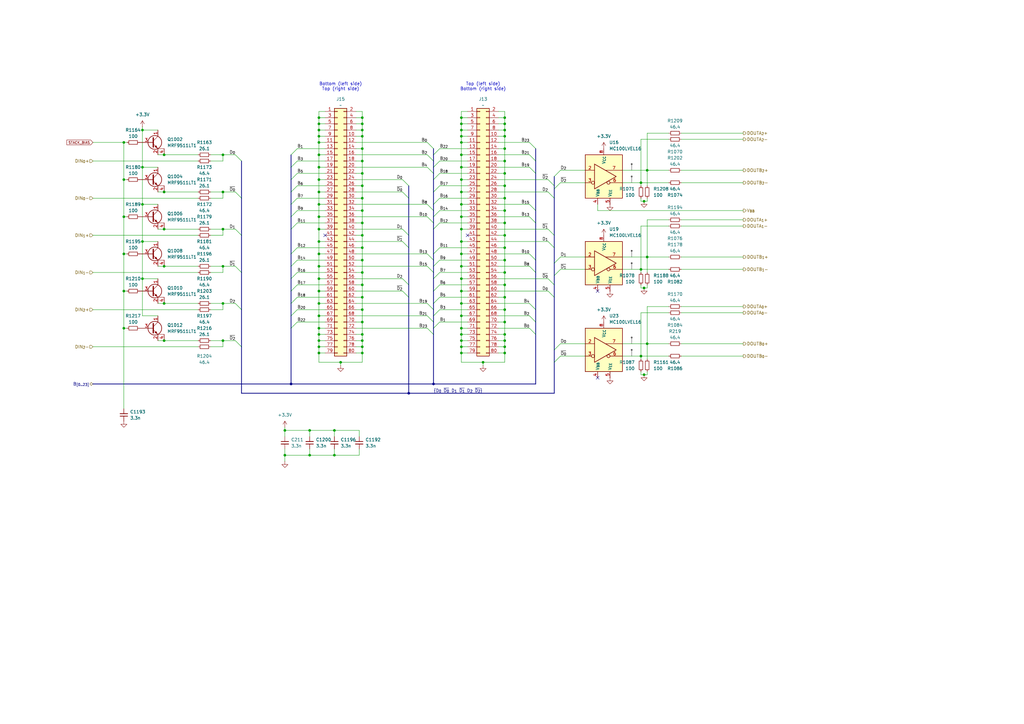
<source format=kicad_sch>
(kicad_sch (version 20231120) (generator "eeschema") (generator_version "8.0")
  (paper "A3")
  (junction (at 91.44 63.5))
  (junction (at 207.01 142.24))
  (junction (at 116.84 176.53))
  (junction (at 148.59 48.26))
  (junction (at 67.31 139.7))
  (junction (at 207.01 137.16))
  (junction (at 130.81 109.22))
  (junction (at 130.81 93.98))
  (junction (at 50.8 119.38))
  (junction (at 207.01 86.36))
  (junction (at 91.44 109.22))
  (junction (at 130.81 55.88))
  (junction (at 50.8 88.9))
  (junction (at 207.01 53.34))
  (junction (at 207.01 91.44))
  (junction (at 130.81 50.8))
  (junction (at 207.01 48.26))
  (junction (at 189.23 48.26))
  (junction (at 130.81 129.54))
  (junction (at 130.81 63.5))
  (junction (at 130.81 48.26))
  (junction (at 91.44 93.98))
  (junction (at 58.42 83.82))
  (junction (at 189.23 99.06))
  (junction (at 130.81 139.7))
  (junction (at 207.01 50.8))
  (junction (at 148.59 111.76))
  (junction (at 137.16 186.69))
  (junction (at 148.59 66.04))
  (junction (at 130.81 134.62))
  (junction (at 130.81 58.42))
  (junction (at 148.59 81.28))
  (junction (at 265.43 140.97))
  (junction (at 130.81 144.78))
  (junction (at 167.64 161.29))
  (junction (at 67.31 109.22))
  (junction (at 148.59 86.36))
  (junction (at 58.42 68.58))
  (junction (at 148.59 50.8))
  (junction (at 67.31 63.5))
  (junction (at 207.01 76.2))
  (junction (at 50.8 134.62))
  (junction (at 207.01 111.76))
  (junction (at 264.16 153.67))
  (junction (at 130.81 104.14))
  (junction (at 207.01 81.28))
  (junction (at 207.01 139.7))
  (junction (at 207.01 96.52))
  (junction (at 265.43 105.41))
  (junction (at 207.01 116.84))
  (junction (at 91.44 139.7))
  (junction (at 130.81 68.58))
  (junction (at 189.23 119.38))
  (junction (at 207.01 127))
  (junction (at 264.16 82.55))
  (junction (at 130.81 73.66))
  (junction (at 189.23 114.3))
  (junction (at 130.81 83.82))
  (junction (at 130.81 137.16))
  (junction (at 148.59 121.92))
  (junction (at 189.23 63.5))
  (junction (at 189.23 139.7))
  (junction (at 58.42 114.3))
  (junction (at 189.23 53.34))
  (junction (at 265.43 69.85))
  (junction (at 148.59 96.52))
  (junction (at 148.59 71.12))
  (junction (at 148.59 91.44))
  (junction (at 264.16 118.11))
  (junction (at 130.81 124.46))
  (junction (at 189.23 109.22))
  (junction (at 207.01 132.08))
  (junction (at 119.38 157.48))
  (junction (at 189.23 134.62))
  (junction (at 50.8 58.42))
  (junction (at 189.23 142.24))
  (junction (at 207.01 71.12))
  (junction (at 130.81 88.9))
  (junction (at 189.23 58.42))
  (junction (at 91.44 124.46))
  (junction (at 137.16 176.53))
  (junction (at 148.59 142.24))
  (junction (at 189.23 124.46))
  (junction (at 148.59 55.88))
  (junction (at 148.59 53.34))
  (junction (at 91.44 78.74))
  (junction (at 189.23 50.8))
  (junction (at 207.01 144.78))
  (junction (at 189.23 104.14))
  (junction (at 148.59 106.68))
  (junction (at 262.89 74.93))
  (junction (at 262.89 146.05))
  (junction (at 130.81 99.06))
  (junction (at 148.59 137.16))
  (junction (at 189.23 93.98))
  (junction (at 148.59 139.7))
  (junction (at 262.89 110.49))
  (junction (at 189.23 83.82))
  (junction (at 148.59 116.84))
  (junction (at 207.01 121.92))
  (junction (at 127 186.69))
  (junction (at 67.31 78.74))
  (junction (at 130.81 119.38))
  (junction (at 67.31 124.46))
  (junction (at 58.42 53.34))
  (junction (at 50.8 73.66))
  (junction (at 207.01 106.68))
  (junction (at 148.59 132.08))
  (junction (at 189.23 55.88))
  (junction (at 189.23 78.74))
  (junction (at 207.01 66.04))
  (junction (at 116.84 186.69))
  (junction (at 58.42 99.06))
  (junction (at 148.59 144.78))
  (junction (at 189.23 129.54))
  (junction (at 148.59 60.96))
  (junction (at 50.8 104.14))
  (junction (at 67.31 93.98))
  (junction (at 148.59 101.6))
  (junction (at 207.01 60.96))
  (junction (at 198.12 148.59))
  (junction (at 177.8 157.48))
  (junction (at 189.23 137.16))
  (junction (at 130.81 142.24))
  (junction (at 148.59 127))
  (junction (at 189.23 73.66))
  (junction (at 207.01 101.6))
  (junction (at 130.81 114.3))
  (junction (at 189.23 68.58))
  (junction (at 139.7 148.59))
  (junction (at 189.23 88.9))
  (junction (at 127 176.53))
  (junction (at 130.81 53.34))
  (junction (at 148.59 76.2))
  (junction (at 207.01 55.88))
  (junction (at 130.81 78.74))
  (junction (at 189.23 144.78))
  (no_connect (at 245.11 119.38))
  (no_connect (at 245.11 154.94))
  (no_connect (at 133.35 96.52))
  (no_connect (at 191.77 96.52))
  (bus_entry (at 119.38 78.74) (size 2.54 -2.54))
  (bus_entry (at 165.1 93.98) (size 2.54 2.54))
  (bus_entry (at 227.33 101.6) (size -2.54 -2.54))
  (bus_entry (at 177.8 119.38) (size 2.54 -2.54))
  (bus_entry (at 175.26 109.22) (size 2.54 2.54))
  (bus_entry (at 227.33 72.39) (size 2.54 -2.54))
  (bus_entry (at 217.17 58.42) (size 2.54 2.54))
  (bus_entry (at 175.26 134.62) (size 2.54 2.54))
  (bus_entry (at 177.8 73.66) (size 2.54 -2.54))
  (bus_entry (at 217.17 83.82) (size 2.54 2.54))
  (bus_entry (at 119.38 119.38) (size 2.54 -2.54))
  (bus_entry (at 217.17 88.9) (size 2.54 2.54))
  (bus_entry (at 165.1 114.3) (size 2.54 2.54))
  (bus_entry (at 217.17 134.62) (size 2.54 2.54))
  (bus_entry (at 175.26 68.58) (size 2.54 2.54))
  (bus_entry (at 217.17 104.14) (size 2.54 2.54))
  (bus_entry (at 96.52 93.98) (size 2.54 2.54))
  (bus_entry (at 119.38 109.22) (size 2.54 -2.54))
  (bus_entry (at 227.33 148.59) (size 2.54 -2.54))
  (bus_entry (at 119.38 114.3) (size 2.54 -2.54))
  (bus_entry (at 175.26 129.54) (size 2.54 2.54))
  (bus_entry (at 175.26 63.5) (size 2.54 2.54))
  (bus_entry (at 175.26 124.46) (size 2.54 2.54))
  (bus_entry (at 175.26 88.9) (size 2.54 2.54))
  (bus_entry (at 96.52 139.7) (size 2.54 2.54))
  (bus_entry (at 227.33 77.47) (size 2.54 -2.54))
  (bus_entry (at 165.1 99.06) (size 2.54 2.54))
  (bus_entry (at 227.33 81.28) (size -2.54 -2.54))
  (bus_entry (at 177.8 124.46) (size 2.54 -2.54))
  (bus_entry (at 119.38 124.46) (size 2.54 -2.54))
  (bus_entry (at 96.52 63.5) (size 2.54 2.54))
  (bus_entry (at 165.1 73.66) (size 2.54 2.54))
  (bus_entry (at 177.8 114.3) (size 2.54 -2.54))
  (bus_entry (at 165.1 78.74) (size 2.54 2.54))
  (bus_entry (at 119.38 68.58) (size 2.54 -2.54))
  (bus_entry (at 119.38 83.82) (size 2.54 -2.54))
  (bus_entry (at 227.33 143.51) (size 2.54 -2.54))
  (bus_entry (at 177.8 78.74) (size 2.54 -2.54))
  (bus_entry (at 119.38 93.98) (size 2.54 -2.54))
  (bus_entry (at 217.17 68.58) (size 2.54 2.54))
  (bus_entry (at 175.26 83.82) (size 2.54 2.54))
  (bus_entry (at 119.38 104.14) (size 2.54 -2.54))
  (bus_entry (at 175.26 104.14) (size 2.54 2.54))
  (bus_entry (at 227.33 121.92) (size -2.54 -2.54))
  (bus_entry (at 227.33 76.2) (size -2.54 -2.54))
  (bus_entry (at 217.17 124.46) (size 2.54 2.54))
  (bus_entry (at 177.8 63.5) (size 2.54 -2.54))
  (bus_entry (at 177.8 104.14) (size 2.54 -2.54))
  (bus_entry (at 177.8 88.9) (size 2.54 -2.54))
  (bus_entry (at 177.8 129.54) (size 2.54 -2.54))
  (bus_entry (at 119.38 134.62) (size 2.54 -2.54))
  (bus_entry (at 177.8 109.22) (size 2.54 -2.54))
  (bus_entry (at 119.38 63.5) (size 2.54 -2.54))
  (bus_entry (at 177.8 93.98) (size 2.54 -2.54))
  (bus_entry (at 217.17 129.54) (size 2.54 2.54))
  (bus_entry (at 175.26 58.42) (size 2.54 2.54))
  (bus_entry (at 96.52 78.74) (size 2.54 2.54))
  (bus_entry (at 217.17 109.22) (size 2.54 2.54))
  (bus_entry (at 177.8 134.62) (size 2.54 -2.54))
  (bus_entry (at 96.52 124.46) (size 2.54 2.54))
  (bus_entry (at 177.8 83.82) (size 2.54 -2.54))
  (bus_entry (at 119.38 129.54) (size 2.54 -2.54))
  (bus_entry (at 227.33 116.84) (size -2.54 -2.54))
  (bus_entry (at 119.38 88.9) (size 2.54 -2.54))
  (bus_entry (at 227.33 113.03) (size 2.54 -2.54))
  (bus_entry (at 165.1 119.38) (size 2.54 2.54))
  (bus_entry (at 119.38 73.66) (size 2.54 -2.54))
  (bus_entry (at 96.52 109.22) (size 2.54 2.54))
  (bus_entry (at 227.33 96.52) (size -2.54 -2.54))
  (bus_entry (at 217.17 63.5) (size 2.54 2.54))
  (bus_entry (at 177.8 68.58) (size 2.54 -2.54))
  (bus_entry (at 227.33 107.95) (size 2.54 -2.54))
  (wire (pts (xy 50.8 134.62) (xy 50.8 167.64)))
  (wire (pts (xy 130.81 78.74) (xy 130.81 83.82)))
  (wire (pts (xy 204.47 78.74) (xy 224.79 78.74)))
  (wire (pts (xy 148.59 101.6) (xy 146.05 101.6)))
  (wire (pts (xy 91.44 63.5) (xy 96.52 63.5)))
  (wire (pts (xy 229.87 74.93) (xy 240.03 74.93)))
  (wire (pts (xy 189.23 48.26) (xy 191.77 48.26)))
  (wire (pts (xy 64.77 139.7) (xy 67.31 139.7)))
  (wire (pts (xy 130.81 63.5) (xy 130.81 68.58)))
  (wire (pts (xy 274.32 140.97) (xy 265.43 140.97)))
  (wire (pts (xy 189.23 142.24) (xy 191.77 142.24)))
  (wire (pts (xy 148.59 127) (xy 148.59 132.08)))
  (bus (pts (xy 177.8 109.22) (xy 177.8 111.76)))
  (wire (pts (xy 38.1 81.28) (xy 81.28 81.28)))
  (wire (pts (xy 148.59 48.26) (xy 148.59 45.72)))
  (wire (pts (xy 279.4 125.73) (xy 304.8 125.73)))
  (wire (pts (xy 189.23 68.58) (xy 191.77 68.58)))
  (bus (pts (xy 227.33 148.59) (xy 227.33 161.29)))
  (wire (pts (xy 81.28 109.22) (xy 67.31 109.22)))
  (wire (pts (xy 130.81 73.66) (xy 133.35 73.66)))
  (wire (pts (xy 86.36 81.28) (xy 91.44 81.28)))
  (wire (pts (xy 127 176.53) (xy 116.84 176.53)))
  (wire (pts (xy 262.89 118.11) (xy 264.16 118.11)))
  (wire (pts (xy 207.01 142.24) (xy 207.01 139.7)))
  (bus (pts (xy 119.38 104.14) (xy 119.38 109.22)))
  (wire (pts (xy 130.81 104.14) (xy 130.81 109.22)))
  (wire (pts (xy 146.05 93.98) (xy 165.1 93.98)))
  (wire (pts (xy 189.23 83.82) (xy 189.23 88.9)))
  (wire (pts (xy 116.84 176.53) (xy 116.84 179.07)))
  (wire (pts (xy 148.59 111.76) (xy 146.05 111.76)))
  (wire (pts (xy 204.47 144.78) (xy 207.01 144.78)))
  (wire (pts (xy 50.8 58.42) (xy 50.8 73.66)))
  (wire (pts (xy 207.01 96.52) (xy 207.01 101.6)))
  (wire (pts (xy 58.42 53.34) (xy 58.42 68.58)))
  (wire (pts (xy 91.44 93.98) (xy 96.52 93.98)))
  (wire (pts (xy 148.59 76.2) (xy 148.59 81.28)))
  (wire (pts (xy 121.92 127) (xy 133.35 127)))
  (wire (pts (xy 189.23 93.98) (xy 191.77 93.98)))
  (bus (pts (xy 167.64 101.6) (xy 167.64 116.84)))
  (wire (pts (xy 204.47 50.8) (xy 207.01 50.8)))
  (wire (pts (xy 146.05 78.74) (xy 165.1 78.74)))
  (bus (pts (xy 219.71 91.44) (xy 219.71 106.68)))
  (wire (pts (xy 121.92 66.04) (xy 133.35 66.04)))
  (wire (pts (xy 279.4 128.27) (xy 304.8 128.27)))
  (wire (pts (xy 50.8 73.66) (xy 52.07 73.66)))
  (wire (pts (xy 207.01 101.6) (xy 207.01 106.68)))
  (wire (pts (xy 130.81 55.88) (xy 133.35 55.88)))
  (wire (pts (xy 217.17 88.9) (xy 204.47 88.9)))
  (wire (pts (xy 217.17 109.22) (xy 204.47 109.22)))
  (bus (pts (xy 177.8 132.08) (xy 177.8 134.62)))
  (wire (pts (xy 86.36 78.74) (xy 91.44 78.74)))
  (wire (pts (xy 189.23 124.46) (xy 191.77 124.46)))
  (wire (pts (xy 137.16 186.69) (xy 127 186.69)))
  (wire (pts (xy 180.34 86.36) (xy 191.77 86.36)))
  (wire (pts (xy 189.23 45.72) (xy 189.23 48.26)))
  (wire (pts (xy 189.23 58.42) (xy 189.23 63.5)))
  (wire (pts (xy 38.1 111.76) (xy 81.28 111.76)))
  (wire (pts (xy 180.34 111.76) (xy 191.77 111.76)))
  (wire (pts (xy 274.32 92.71) (xy 262.89 92.71)))
  (wire (pts (xy 130.81 58.42) (xy 130.81 63.5)))
  (wire (pts (xy 148.59 91.44) (xy 148.59 96.52)))
  (wire (pts (xy 121.92 60.96) (xy 133.35 60.96)))
  (wire (pts (xy 146.05 45.72) (xy 148.59 45.72)))
  (wire (pts (xy 86.36 142.24) (xy 91.44 142.24)))
  (wire (pts (xy 255.27 110.49) (xy 262.89 110.49)))
  (wire (pts (xy 204.47 66.04) (xy 207.01 66.04)))
  (wire (pts (xy 217.17 63.5) (xy 204.47 63.5)))
  (bus (pts (xy 177.8 78.74) (xy 177.8 83.82)))
  (wire (pts (xy 148.59 116.84) (xy 146.05 116.84)))
  (wire (pts (xy 204.47 55.88) (xy 207.01 55.88)))
  (wire (pts (xy 116.84 186.69) (xy 116.84 189.23)))
  (bus (pts (xy 119.38 124.46) (xy 119.38 129.54)))
  (wire (pts (xy 121.92 86.36) (xy 133.35 86.36)))
  (bus (pts (xy 227.33 96.52) (xy 227.33 101.6)))
  (wire (pts (xy 189.23 148.59) (xy 198.12 148.59)))
  (wire (pts (xy 262.89 74.93) (xy 255.27 74.93)))
  (wire (pts (xy 91.44 142.24) (xy 91.44 139.7)))
  (wire (pts (xy 64.77 63.5) (xy 67.31 63.5)))
  (wire (pts (xy 130.81 50.8) (xy 130.81 48.26)))
  (wire (pts (xy 130.81 50.8) (xy 133.35 50.8)))
  (wire (pts (xy 130.81 119.38) (xy 130.81 124.46)))
  (wire (pts (xy 262.89 110.49) (xy 274.32 110.49)))
  (bus (pts (xy 219.71 86.36) (xy 219.71 91.44)))
  (wire (pts (xy 81.28 63.5) (xy 67.31 63.5)))
  (wire (pts (xy 148.59 60.96) (xy 146.05 60.96)))
  (wire (pts (xy 175.26 129.54) (xy 146.05 129.54)))
  (wire (pts (xy 130.81 124.46) (xy 130.81 129.54)))
  (wire (pts (xy 121.92 121.92) (xy 133.35 121.92)))
  (wire (pts (xy 130.81 134.62) (xy 130.81 137.16)))
  (bus (pts (xy 99.06 142.24) (xy 99.06 161.29)))
  (wire (pts (xy 207.01 86.36) (xy 207.01 91.44)))
  (wire (pts (xy 279.4 69.85) (xy 304.8 69.85)))
  (wire (pts (xy 148.59 132.08) (xy 146.05 132.08)))
  (wire (pts (xy 180.34 76.2) (xy 191.77 76.2)))
  (bus (pts (xy 219.71 60.96) (xy 219.71 66.04)))
  (wire (pts (xy 121.92 71.12) (xy 133.35 71.12)))
  (wire (pts (xy 262.89 82.55) (xy 264.16 82.55)))
  (bus (pts (xy 119.38 157.48) (xy 177.8 157.48)))
  (wire (pts (xy 148.59 111.76) (xy 148.59 116.84)))
  (bus (pts (xy 119.38 134.62) (xy 119.38 157.48)))
  (wire (pts (xy 262.89 81.28) (xy 262.89 82.55)))
  (wire (pts (xy 189.23 124.46) (xy 189.23 129.54)))
  (bus (pts (xy 119.38 129.54) (xy 119.38 134.62)))
  (wire (pts (xy 38.1 96.52) (xy 81.28 96.52)))
  (wire (pts (xy 58.42 68.58) (xy 58.42 83.82)))
  (wire (pts (xy 189.23 78.74) (xy 191.77 78.74)))
  (bus (pts (xy 219.71 111.76) (xy 219.71 127)))
  (wire (pts (xy 204.47 53.34) (xy 207.01 53.34)))
  (wire (pts (xy 116.84 184.15) (xy 116.84 186.69)))
  (wire (pts (xy 265.43 54.61) (xy 265.43 69.85)))
  (wire (pts (xy 130.81 78.74) (xy 133.35 78.74)))
  (wire (pts (xy 207.01 144.78) (xy 207.01 142.24)))
  (wire (pts (xy 64.77 53.34) (xy 58.42 53.34)))
  (wire (pts (xy 189.23 63.5) (xy 189.23 68.58)))
  (wire (pts (xy 180.34 121.92) (xy 191.77 121.92)))
  (wire (pts (xy 265.43 90.17) (xy 265.43 105.41)))
  (wire (pts (xy 204.47 86.36) (xy 207.01 86.36)))
  (wire (pts (xy 189.23 48.26) (xy 189.23 50.8)))
  (wire (pts (xy 148.59 142.24) (xy 146.05 142.24)))
  (wire (pts (xy 175.26 63.5) (xy 146.05 63.5)))
  (wire (pts (xy 148.59 137.16) (xy 146.05 137.16)))
  (wire (pts (xy 148.59 144.78) (xy 148.59 148.59)))
  (wire (pts (xy 265.43 69.85) (xy 265.43 76.2)))
  (wire (pts (xy 116.84 175.26) (xy 116.84 176.53)))
  (wire (pts (xy 50.8 119.38) (xy 52.07 119.38)))
  (wire (pts (xy 175.26 109.22) (xy 146.05 109.22)))
  (wire (pts (xy 130.81 53.34) (xy 133.35 53.34)))
  (wire (pts (xy 147.32 176.53) (xy 147.32 179.07)))
  (wire (pts (xy 175.26 124.46) (xy 146.05 124.46)))
  (wire (pts (xy 229.87 105.41) (xy 240.03 105.41)))
  (wire (pts (xy 175.26 83.82) (xy 146.05 83.82)))
  (wire (pts (xy 130.81 144.78) (xy 130.81 142.24)))
  (bus (pts (xy 219.71 106.68) (xy 219.71 111.76)))
  (wire (pts (xy 139.7 148.59) (xy 130.81 148.59)))
  (bus (pts (xy 119.38 73.66) (xy 119.38 78.74)))
  (wire (pts (xy 207.01 148.59) (xy 207.01 144.78)))
  (wire (pts (xy 127 186.69) (xy 116.84 186.69)))
  (wire (pts (xy 279.4 105.41) (xy 304.8 105.41)))
  (bus (pts (xy 177.8 134.62) (xy 177.8 137.16)))
  (bus (pts (xy 177.8 114.3) (xy 177.8 119.38)))
  (wire (pts (xy 130.81 129.54) (xy 133.35 129.54)))
  (wire (pts (xy 265.43 125.73) (xy 274.32 125.73)))
  (wire (pts (xy 64.77 78.74) (xy 67.31 78.74)))
  (wire (pts (xy 198.12 148.59) (xy 207.01 148.59)))
  (wire (pts (xy 204.47 114.3) (xy 224.79 114.3)))
  (bus (pts (xy 177.8 119.38) (xy 177.8 124.46)))
  (wire (pts (xy 148.59 139.7) (xy 148.59 142.24)))
  (bus (pts (xy 219.71 127) (xy 219.71 132.08)))
  (wire (pts (xy 130.81 109.22) (xy 133.35 109.22)))
  (wire (pts (xy 148.59 137.16) (xy 148.59 139.7)))
  (wire (pts (xy 148.59 106.68) (xy 148.59 111.76)))
  (bus (pts (xy 167.64 81.28) (xy 167.64 96.52)))
  (wire (pts (xy 130.81 142.24) (xy 133.35 142.24)))
  (wire (pts (xy 130.81 63.5) (xy 133.35 63.5)))
  (wire (pts (xy 148.59 71.12) (xy 146.05 71.12)))
  (wire (pts (xy 189.23 58.42) (xy 191.77 58.42)))
  (wire (pts (xy 121.92 76.2) (xy 133.35 76.2)))
  (wire (pts (xy 130.81 83.82) (xy 130.81 88.9)))
  (wire (pts (xy 50.8 88.9) (xy 52.07 88.9)))
  (wire (pts (xy 130.81 109.22) (xy 130.81 114.3)))
  (wire (pts (xy 189.23 104.14) (xy 189.23 109.22)))
  (wire (pts (xy 217.17 104.14) (xy 204.47 104.14)))
  (wire (pts (xy 64.77 99.06) (xy 58.42 99.06)))
  (wire (pts (xy 139.7 148.59) (xy 139.7 149.86)))
  (wire (pts (xy 81.28 78.74) (xy 67.31 78.74)))
  (bus (pts (xy 119.38 83.82) (xy 119.38 88.9)))
  (wire (pts (xy 91.44 139.7) (xy 96.52 139.7)))
  (wire (pts (xy 198.12 148.59) (xy 198.12 149.86)))
  (wire (pts (xy 207.01 106.68) (xy 207.01 111.76)))
  (wire (pts (xy 50.8 73.66) (xy 50.8 88.9)))
  (wire (pts (xy 91.44 111.76) (xy 91.44 109.22)))
  (wire (pts (xy 133.35 58.42) (xy 130.81 58.42)))
  (wire (pts (xy 146.05 144.78) (xy 148.59 144.78)))
  (wire (pts (xy 130.81 45.72) (xy 133.35 45.72)))
  (bus (pts (xy 227.33 161.29) (xy 167.64 161.29)))
  (wire (pts (xy 58.42 99.06) (xy 58.42 83.82)))
  (wire (pts (xy 279.4 146.05) (xy 304.8 146.05)))
  (wire (pts (xy 229.87 146.05) (xy 240.03 146.05)))
  (wire (pts (xy 64.77 93.98) (xy 67.31 93.98)))
  (wire (pts (xy 189.23 139.7) (xy 191.77 139.7)))
  (wire (pts (xy 189.23 119.38) (xy 191.77 119.38)))
  (wire (pts (xy 189.23 142.24) (xy 189.23 139.7)))
  (wire (pts (xy 58.42 68.58) (xy 64.77 68.58)))
  (wire (pts (xy 217.17 124.46) (xy 204.47 124.46)))
  (wire (pts (xy 189.23 137.16) (xy 191.77 137.16)))
  (wire (pts (xy 189.23 99.06) (xy 189.23 104.14)))
  (wire (pts (xy 180.34 91.44) (xy 191.77 91.44)))
  (bus (pts (xy 167.64 116.84) (xy 167.64 121.92)))
  (wire (pts (xy 207.01 91.44) (xy 207.01 96.52)))
  (wire (pts (xy 91.44 66.04) (xy 91.44 63.5)))
  (bus (pts (xy 167.64 76.2) (xy 167.64 81.28)))
  (wire (pts (xy 86.36 111.76) (xy 91.44 111.76)))
  (wire (pts (xy 121.92 116.84) (xy 133.35 116.84)))
  (wire (pts (xy 204.47 139.7) (xy 207.01 139.7)))
  (wire (pts (xy 86.36 124.46) (xy 91.44 124.46)))
  (wire (pts (xy 262.89 74.93) (xy 262.89 57.15)))
  (bus (pts (xy 119.38 119.38) (xy 119.38 124.46)))
  (bus (pts (xy 219.71 132.08) (xy 219.71 137.16)))
  (wire (pts (xy 262.89 146.05) (xy 262.89 147.32)))
  (wire (pts (xy 217.17 129.54) (xy 204.47 129.54)))
  (wire (pts (xy 81.28 139.7) (xy 67.31 139.7)))
  (wire (pts (xy 38.1 142.24) (xy 81.28 142.24)))
  (wire (pts (xy 175.26 68.58) (xy 146.05 68.58)))
  (bus (pts (xy 227.33 81.28) (xy 227.33 96.52)))
  (wire (pts (xy 279.4 57.15) (xy 304.8 57.15)))
  (wire (pts (xy 121.92 91.44) (xy 133.35 91.44)))
  (wire (pts (xy 175.26 134.62) (xy 146.05 134.62)))
  (wire (pts (xy 130.81 142.24) (xy 130.81 139.7)))
  (wire (pts (xy 133.35 144.78) (xy 130.81 144.78)))
  (wire (pts (xy 64.77 129.54) (xy 58.42 129.54)))
  (wire (pts (xy 130.81 88.9) (xy 130.81 93.98)))
  (wire (pts (xy 189.23 88.9) (xy 189.23 93.98)))
  (wire (pts (xy 130.81 48.26) (xy 133.35 48.26)))
  (bus (pts (xy 38.1 157.48) (xy 119.38 157.48)))
  (wire (pts (xy 279.4 92.71) (xy 304.8 92.71)))
  (wire (pts (xy 279.4 90.17) (xy 304.8 90.17)))
  (wire (pts (xy 245.11 83.82) (xy 245.11 86.36)))
  (wire (pts (xy 264.16 118.11) (xy 265.43 118.11)))
  (wire (pts (xy 130.81 104.14) (xy 133.35 104.14)))
  (wire (pts (xy 146.05 48.26) (xy 148.59 48.26)))
  (wire (pts (xy 189.23 114.3) (xy 191.77 114.3)))
  (wire (pts (xy 130.81 58.42) (xy 130.81 55.88)))
  (bus (pts (xy 177.8 93.98) (xy 177.8 104.14)))
  (wire (pts (xy 86.36 63.5) (xy 91.44 63.5)))
  (bus (pts (xy 99.06 111.76) (xy 99.06 127)))
  (wire (pts (xy 207.01 137.16) (xy 204.47 137.16)))
  (wire (pts (xy 180.34 81.28) (xy 191.77 81.28)))
  (wire (pts (xy 137.16 176.53) (xy 137.16 179.07)))
  (wire (pts (xy 86.36 139.7) (xy 91.44 139.7)))
  (wire (pts (xy 91.44 124.46) (xy 96.52 124.46)))
  (wire (pts (xy 50.8 88.9) (xy 50.8 104.14)))
  (wire (pts (xy 191.77 45.72) (xy 189.23 45.72)))
  (wire (pts (xy 279.4 54.61) (xy 304.8 54.61)))
  (bus (pts (xy 177.8 104.14) (xy 177.8 106.68)))
  (wire (pts (xy 130.81 114.3) (xy 130.81 119.38)))
  (wire (pts (xy 217.17 134.62) (xy 204.47 134.62)))
  (bus (pts (xy 219.71 137.16) (xy 219.71 157.48)))
  (bus (pts (xy 227.33 121.92) (xy 227.33 143.51)))
  (wire (pts (xy 58.42 83.82) (xy 64.77 83.82)))
  (wire (pts (xy 148.59 106.68) (xy 146.05 106.68)))
  (bus (pts (xy 177.8 111.76) (xy 177.8 114.3)))
  (wire (pts (xy 189.23 50.8) (xy 191.77 50.8)))
  (wire (pts (xy 262.89 92.71) (xy 262.89 110.49)))
  (wire (pts (xy 91.44 81.28) (xy 91.44 78.74)))
  (wire (pts (xy 207.01 60.96) (xy 207.01 66.04)))
  (wire (pts (xy 207.01 132.08) (xy 207.01 137.16)))
  (wire (pts (xy 91.44 109.22) (xy 96.52 109.22)))
  (bus (pts (xy 99.06 66.04) (xy 99.06 81.28)))
  (wire (pts (xy 207.01 55.88) (xy 207.01 60.96)))
  (wire (pts (xy 146.05 55.88) (xy 148.59 55.88)))
  (wire (pts (xy 148.59 55.88) (xy 148.59 53.34)))
  (wire (pts (xy 207.01 111.76) (xy 207.01 116.84)))
  (bus (pts (xy 177.8 73.66) (xy 177.8 78.74)))
  (wire (pts (xy 175.26 58.42) (xy 146.05 58.42)))
  (wire (pts (xy 204.47 81.28) (xy 207.01 81.28)))
  (wire (pts (xy 130.81 93.98) (xy 130.81 99.06)))
  (wire (pts (xy 121.92 106.68) (xy 133.35 106.68)))
  (wire (pts (xy 265.43 69.85) (xy 274.32 69.85)))
  (wire (pts (xy 146.05 73.66) (xy 165.1 73.66)))
  (wire (pts (xy 180.34 132.08) (xy 191.77 132.08)))
  (wire (pts (xy 91.44 127) (xy 91.44 124.46)))
  (wire (pts (xy 58.42 114.3) (xy 58.42 99.06)))
  (wire (pts (xy 207.01 55.88) (xy 207.01 53.34)))
  (wire (pts (xy 58.42 52.07) (xy 58.42 53.34)))
  (wire (pts (xy 130.81 48.26) (xy 130.81 45.72)))
  (wire (pts (xy 180.34 101.6) (xy 191.77 101.6)))
  (wire (pts (xy 91.44 96.52) (xy 91.44 93.98)))
  (wire (pts (xy 262.89 152.4) (xy 262.89 153.67)))
  (wire (pts (xy 229.87 140.97) (xy 240.03 140.97)))
  (wire (pts (xy 148.59 101.6) (xy 148.59 106.68)))
  (wire (pts (xy 265.43 118.11) (xy 265.43 116.84)))
  (wire (pts (xy 189.23 73.66) (xy 189.23 78.74)))
  (wire (pts (xy 189.23 144.78) (xy 189.23 148.59)))
  (bus (pts (xy 167.64 121.92) (xy 167.64 161.29)))
  (wire (pts (xy 180.34 66.04) (xy 191.77 66.04)))
  (bus (pts (xy 119.38 109.22) (xy 119.38 114.3)))
  (wire (pts (xy 180.34 60.96) (xy 191.77 60.96)))
  (wire (pts (xy 148.59 86.36) (xy 148.59 91.44)))
  (wire (pts (xy 130.81 88.9) (xy 133.35 88.9)))
  (bus (pts (xy 99.06 96.52) (xy 99.06 111.76)))
  (wire (pts (xy 262.89 110.49) (xy 262.89 111.76)))
  (wire (pts (xy 130.81 53.34) (xy 130.81 50.8)))
  (wire (pts (xy 137.16 184.15) (xy 137.16 186.69)))
  (wire (pts (xy 189.23 129.54) (xy 189.23 134.62)))
  (wire (pts (xy 86.36 93.98) (xy 91.44 93.98)))
  (bus (pts (xy 177.8 68.58) (xy 177.8 71.12)))
  (wire (pts (xy 204.47 142.24) (xy 207.01 142.24)))
  (wire (pts (xy 130.81 148.59) (xy 130.81 144.78)))
  (wire (pts (xy 147.32 176.53) (xy 137.16 176.53)))
  (wire (pts (xy 204.47 48.26) (xy 207.01 48.26)))
  (wire (pts (xy 255.27 140.97) (xy 265.43 140.97)))
  (bus (pts (xy 119.38 93.98) (xy 119.38 104.14)))
  (wire (pts (xy 262.89 146.05) (xy 274.32 146.05)))
  (wire (pts (xy 64.77 124.46) (xy 67.31 124.46)))
  (wire (pts (xy 130.81 55.88) (xy 130.81 53.34)))
  (wire (pts (xy 245.11 86.36) (xy 304.8 86.36)))
  (bus (pts (xy 177.8 106.68) (xy 177.8 109.22)))
  (wire (pts (xy 180.34 116.84) (xy 191.77 116.84)))
  (bus (pts (xy 177.8 88.9) (xy 177.8 91.44)))
  (wire (pts (xy 262.89 153.67) (xy 264.16 153.67)))
  (wire (pts (xy 189.23 109.22) (xy 191.77 109.22)))
  (wire (pts (xy 265.43 105.41) (xy 274.32 105.41)))
  (wire (pts (xy 189.23 73.66) (xy 191.77 73.66)))
  (bus (pts (xy 177.8 124.46) (xy 177.8 127)))
  (wire (pts (xy 130.81 99.06) (xy 133.35 99.06)))
  (bus (pts (xy 177.8 157.48) (xy 219.71 157.48)))
  (wire (pts (xy 86.36 109.22) (xy 91.44 109.22)))
  (wire (pts (xy 130.81 139.7) (xy 130.81 137.16)))
  (wire (pts (xy 189.23 63.5) (xy 191.77 63.5)))
  (bus (pts (xy 177.8 137.16) (xy 177.8 157.48)))
  (bus (pts (xy 219.71 71.12) (xy 219.71 86.36)))
  (wire (pts (xy 189.23 109.22) (xy 189.23 114.3)))
  (wire (pts (xy 148.59 53.34) (xy 148.59 50.8)))
  (wire (pts (xy 148.59 121.92) (xy 146.05 121.92)))
  (bus (pts (xy 119.38 114.3) (xy 119.38 119.38)))
  (wire (pts (xy 148.59 66.04) (xy 146.05 66.04)))
  (bus (pts (xy 219.71 66.04) (xy 219.71 71.12)))
  (wire (pts (xy 204.47 76.2) (xy 207.01 76.2)))
  (wire (pts (xy 255.27 69.85) (xy 265.43 69.85)))
  (wire (pts (xy 148.59 81.28) (xy 148.59 86.36)))
  (wire (pts (xy 148.59 60.96) (xy 148.59 66.04)))
  (wire (pts (xy 121.92 132.08) (xy 133.35 132.08)))
  (wire (pts (xy 279.4 110.49) (xy 304.8 110.49)))
  (wire (pts (xy 130.81 134.62) (xy 133.35 134.62)))
  (wire (pts (xy 207.01 139.7) (xy 207.01 137.16)))
  (bus (pts (xy 177.8 60.96) (xy 177.8 63.5)))
  (wire (pts (xy 262.89 74.93) (xy 262.89 76.2)))
  (wire (pts (xy 204.47 101.6) (xy 207.01 101.6)))
  (wire (pts (xy 38.1 66.04) (xy 81.28 66.04)))
  (wire (pts (xy 207.01 66.04) (xy 207.01 71.12)))
  (wire (pts (xy 148.59 81.28) (xy 146.05 81.28)))
  (bus (pts (xy 119.38 63.5) (xy 119.38 68.58)))
  (wire (pts (xy 50.8 104.14) (xy 50.8 119.38)))
  (bus (pts (xy 177.8 91.44) (xy 177.8 93.98)))
  (wire (pts (xy 130.81 83.82) (xy 133.35 83.82)))
  (wire (pts (xy 229.87 69.85) (xy 240.03 69.85)))
  (wire (pts (xy 64.77 114.3) (xy 58.42 114.3)))
  (bus (pts (xy 177.8 63.5) (xy 177.8 66.04)))
  (wire (pts (xy 148.59 50.8) (xy 148.59 48.26)))
  (wire (pts (xy 175.26 104.14) (xy 146.05 104.14)))
  (wire (pts (xy 127 176.53) (xy 127 179.07)))
  (wire (pts (xy 265.43 90.17) (xy 274.32 90.17)))
  (wire (pts (xy 189.23 134.62) (xy 191.77 134.62)))
  (wire (pts (xy 189.23 114.3) (xy 189.23 119.38)))
  (wire (pts (xy 130.81 99.06) (xy 130.81 104.14)))
  (wire (pts (xy 204.47 132.08) (xy 207.01 132.08)))
  (wire (pts (xy 146.05 53.34) (xy 148.59 53.34)))
  (wire (pts (xy 148.59 71.12) (xy 148.59 76.2)))
  (wire (pts (xy 130.81 68.58) (xy 130.81 73.66)))
  (wire (pts (xy 130.81 73.66) (xy 130.81 78.74)))
  (wire (pts (xy 207.01 76.2) (xy 207.01 81.28)))
  (wire (pts (xy 146.05 99.06) (xy 165.1 99.06)))
  (wire (pts (xy 265.43 140.97) (xy 265.43 125.73)))
  (wire (pts (xy 189.23 55.88) (xy 191.77 55.88)))
  (bus (pts (xy 227.33 113.03) (xy 227.33 116.84)))
  (wire (pts (xy 217.17 68.58) (xy 204.47 68.58)))
  (wire (pts (xy 262.89 128.27) (xy 262.89 146.05)))
  (wire (pts (xy 121.92 81.28) (xy 133.35 81.28)))
  (wire (pts (xy 86.36 96.52) (xy 91.44 96.52)))
  (bus (pts (xy 167.64 96.52) (xy 167.64 101.6)))
  (wire (pts (xy 58.42 129.54) (xy 58.42 114.3)))
  (wire (pts (xy 148.59 132.08) (xy 148.59 137.16)))
  (wire (pts (xy 148.59 144.78) (xy 148.59 142.24)))
  (wire (pts (xy 189.23 119.38) (xy 189.23 124.46)))
  (wire (pts (xy 189.23 68.58) (xy 189.23 73.66)))
  (wire (pts (xy 121.92 111.76) (xy 133.35 111.76)))
  (wire (pts (xy 86.36 127) (xy 91.44 127)))
  (bus (pts (xy 99.06 81.28) (xy 99.06 96.52)))
  (wire (pts (xy 130.81 114.3) (xy 133.35 114.3)))
  (wire (pts (xy 175.26 88.9) (xy 146.05 88.9)))
  (wire (pts (xy 146.05 139.7) (xy 148.59 139.7)))
  (bus (pts (xy 119.38 88.9) (xy 119.38 93.98)))
  (wire (pts (xy 38.1 58.42) (xy 50.8 58.42)))
  (wire (pts (xy 189.23 53.34) (xy 191.77 53.34)))
  (wire (pts (xy 189.23 50.8) (xy 189.23 53.34)))
  (bus (pts (xy 177.8 66.04) (xy 177.8 68.58)))
  (wire (pts (xy 127 184.15) (xy 127 186.69)))
  (bus (pts (xy 177.8 129.54) (xy 177.8 132.08)))
  (wire (pts (xy 274.32 128.27) (xy 262.89 128.27)))
  (wire (pts (xy 148.59 76.2) (xy 146.05 76.2)))
  (wire (pts (xy 207.01 116.84) (xy 207.01 121.92)))
  (wire (pts (xy 217.17 58.42) (xy 204.47 58.42)))
  (wire (pts (xy 130.81 119.38) (xy 133.35 119.38)))
  (bus (pts (xy 177.8 127) (xy 177.8 129.54)))
  (wire (pts (xy 148.59 116.84) (xy 148.59 121.92)))
  (wire (pts (xy 207.01 53.34) (xy 207.01 50.8)))
  (wire (pts (xy 148.59 121.92) (xy 148.59 127)))
  (wire (pts (xy 148.59 148.59) (xy 139.7 148.59)))
  (wire (pts (xy 207.01 81.28) (xy 207.01 86.36)))
  (wire (pts (xy 265.43 82.55) (xy 265.43 81.28)))
  (wire (pts (xy 64.77 109.22) (xy 67.31 109.22)))
  (bus (pts (xy 227.33 77.47) (xy 227.33 81.28)))
  (wire (pts (xy 121.92 101.6) (xy 133.35 101.6)))
  (wire (pts (xy 265.43 105.41) (xy 265.43 111.76)))
  (wire (pts (xy 91.44 78.74) (xy 96.52 78.74)))
  (wire (pts (xy 130.81 124.46) (xy 133.35 124.46)))
  (wire (pts (xy 262.89 116.84) (xy 262.89 118.11)))
  (wire (pts (xy 204.47 121.92) (xy 207.01 121.92)))
  (wire (pts (xy 204.47 111.76) (xy 207.01 111.76)))
  (wire (pts (xy 217.17 83.82) (xy 204.47 83.82)))
  (wire (pts (xy 204.47 106.68) (xy 207.01 106.68)))
  (wire (pts (xy 81.28 124.46) (xy 67.31 124.46)))
  (wire (pts (xy 189.23 99.06) (xy 191.77 99.06)))
  (wire (pts (xy 86.36 66.04) (xy 91.44 66.04)))
  (wire (pts (xy 204.47 71.12) (xy 207.01 71.12)))
  (bus (pts (xy 167.64 161.29) (xy 99.06 161.29)))
  (wire (pts (xy 204.47 116.84) (xy 207.01 116.84)))
  (wire (pts (xy 204.47 99.06) (xy 224.79 99.06)))
  (wire (pts (xy 204.47 93.98) (xy 224.79 93.98)))
  (wire (pts (xy 189.23 55.88) (xy 189.23 58.42)))
  (wire (pts (xy 189.23 53.34) (xy 189.23 55.88)))
  (wire (pts (xy 255.27 146.05) (xy 262.89 146.05)))
  (bus (pts (xy 119.38 68.58) (xy 119.38 73.66)))
  (wire (pts (xy 207.01 127) (xy 207.01 132.08)))
  (wire (pts (xy 50.8 104.14) (xy 52.07 104.14)))
  (wire (pts (xy 189.23 129.54) (xy 191.77 129.54)))
  (wire (pts (xy 207.01 48.26) (xy 207.01 45.72)))
  (bus (pts (xy 177.8 83.82) (xy 177.8 86.36)))
  (wire (pts (xy 207.01 45.72) (xy 204.47 45.72)))
  (wire (pts (xy 130.81 139.7) (xy 133.35 139.7)))
  (wire (pts (xy 180.34 71.12) (xy 191.77 71.12)))
  (wire (pts (xy 207.01 50.8) (xy 207.01 48.26)))
  (wire (pts (xy 279.4 74.93) (xy 304.8 74.93)))
  (wire (pts (xy 148.59 96.52) (xy 146.05 96.52)))
  (wire (pts (xy 204.47 60.96) (xy 207.01 60.96)))
  (wire (pts (xy 130.81 68.58) (xy 133.35 68.58)))
  (wire (pts (xy 189.23 78.74) (xy 189.23 83.82)))
  (wire (pts (xy 137.16 176.53) (xy 127 176.53)))
  (wire (pts (xy 81.28 93.98) (xy 67.31 93.98)))
  (wire (pts (xy 146.05 119.38) (xy 165.1 119.38)))
  (wire (pts (xy 146.05 114.3) (xy 165.1 114.3)))
  (wire (pts (xy 81.28 127) (xy 38.1 127)))
  (bus (pts (xy 177.8 71.12) (xy 177.8 73.66)))
  (wire (pts (xy 148.59 96.52) (xy 148.59 101.6)))
  (wire (pts (xy 274.32 54.61) (xy 265.43 54.61)))
  (wire (pts (xy 265.43 140.97) (xy 265.43 147.32)))
  (wire (pts (xy 262.89 57.15) (xy 274.32 57.15)))
  (wire (pts (xy 146.05 50.8) (xy 148.59 50.8)))
  (wire (pts (xy 50.8 58.42) (xy 52.07 58.42)))
  (wire (pts (xy 180.34 106.68) (xy 191.77 106.68)))
  (wire (pts (xy 265.43 153.67) (xy 265.43 152.4)))
  (wire (pts (xy 279.4 140.97) (xy 304.8 140.97)))
  (wire (pts (xy 262.89 74.93) (xy 274.32 74.93)))
  (bus (pts (xy 227.33 116.84) (xy 227.33 121.92)))
  (wire (pts (xy 50.8 134.62) (xy 52.07 134.62)))
  (bus (pts (xy 227.33 107.95) (xy 227.33 113.03)))
  (wire (pts (xy 148.59 86.36) (xy 146.05 86.36)))
  (wire (pts (xy 189.23 144.78) (xy 189.23 142.24)))
  (bus (pts (xy 227.33 101.6) (xy 227.33 107.95)))
  (bus (pts (xy 227.33 72.39) (xy 227.33 76.2)))
  (wire (pts (xy 189.23 137.16) (xy 189.23 134.62)))
  (wire (pts (xy 264.16 153.67) (xy 265.43 153.67)))
  (bus (pts (xy 227.33 143.51) (xy 227.33 148.59)))
  (wire (pts (xy 50.8 119.38) (xy 50.8 134.62)))
  (wire (pts (xy 147.32 184.15) (xy 147.32 186.69)))
  (wire (pts (xy 207.01 121.92) (xy 207.01 127)))
  (bus (pts (xy 119.38 78.74) (xy 119.38 83.82)))
  (wire (pts (xy 191.77 144.78) (xy 189.23 144.78)))
  (wire (pts (xy 204.47 91.44) (xy 207.01 91.44)))
  (wire (pts (xy 189.23 83.82) (xy 191.77 83.82)))
  (wire (pts (xy 189.23 104.14) (xy 191.77 104.14)))
  (wire (pts (xy 264.16 82.55) (xy 265.43 82.55)))
  (bus (pts (xy 227.33 76.2) (xy 227.33 77.47)))
  (wire (pts (xy 130.81 137.16) (xy 133.35 137.16)))
  (wire (pts (xy 148.59 91.44) (xy 146.05 91.44)))
  (wire (pts (xy 130.81 129.54) (xy 130.81 134.62)))
  (wire (pts (xy 189.23 139.7) (xy 189.23 137.16)))
  (wire (pts (xy 265.43 105.41) (xy 255.27 105.41)))
  (wire (pts (xy 189.23 88.9) (xy 191.77 88.9)))
  (wire (pts (xy 148.59 66.04) (xy 148.59 71.12)))
  (bus (pts (xy 177.8 86.36) (xy 177.8 88.9)))
  (wire (pts (xy 189.23 93.98) (xy 189.23 99.06)))
  (wire (pts (xy 229.87 110.49) (xy 240.03 110.49)))
  (wire (pts (xy 204.47 73.66) (xy 224.79 73.66)))
  (wire (pts (xy 148.59 127) (xy 146.05 127)))
  (wire (pts (xy 204.47 127) (xy 207.01 127)))
  (wire (pts (xy 148.59 55.88) (xy 148.59 60.96)))
  (wire (pts (xy 204.47 96.52) (xy 207.01 96.52)))
  (wire (pts (xy 180.34 127) (xy 191.77 127)))
  (wire (pts (xy 130.81 93.98) (xy 133.35 93.98)))
  (wire (pts (xy 147.32 186.69) (xy 137.16 186.69)))
  (wire (pts (xy 204.47 119.38) (xy 224.79 119.38)))
  (bus (pts (xy 99.06 127) (xy 99.06 142.24)))
  (wire (pts (xy 207.01 71.12) (xy 207.01 76.2)))
  (text "Bottom (left side)\nTop (right side)" (at 139.7 35.56 0) (effects (font (size 1.27 1.27))))
  (text "Top (left side)\nBottom (right side)" (at 198.12 35.56 0) (effects (font (size 1.27 1.27))))
  (label "B_{18}" (at 121.92 121.92 0))
  (label "B_{13}" (at 175.26 104.14 180))
  (label "B_{8}" (at 217.17 109.22 180))
  (label "B_{18}" (at 180.34 71.12 0))
  (label "B_{16}" (at 121.92 111.76 0))
  (label "B_{23}" (at 175.26 134.62 180))
  (label "B_{17}" (at 121.92 116.84 0))
  (label "~{D_{1}}" (at 229.87 110.49 0))
  (label "B_{4}" (at 175.26 68.58 180))
  (label "D_{2}" (at 165.1 114.3 180))
  (label "B_{0}" (at 217.17 134.62 180))
  (label "D_{2}" (at 224.79 78.74 180))
  (label "B_{14}" (at 180.34 86.36 0))
  (label "~{D_{2}}" (at 165.1 119.38 180))
  (label "D_{2}" (at 229.87 69.85 0))
  (label "B_{19}" (at 217.17 68.58 180))
  (label "B_{22}" (at 180.34 60.96 0))
  (label "~{D_{2}}" (at 96.52 139.7 180))
  (label "B_{6}" (at 180.34 116.84 0))
  (label "B_{12}" (at 121.92 101.6 0))
  (label "B_{9}" (at 180.34 106.68 0))
  (label "B_{23}" (at 217.17 58.42 180))
  (label "D_{1}" (at 165.1 93.98 180))
  (label "B_{8}" (at 175.26 83.82 180))
  (label "B_{5}" (at 121.92 71.12 0))
  (label "B_{2}" (at 175.26 63.5 180))
  (label "~{D_{0}}" (at 165.1 78.74 180))
  (label "B_{11}" (at 121.92 91.44 0))
  (label "B_{21}" (at 217.17 63.5 180))
  (label "D_{2}" (at 96.52 124.46 180))
  (label "D_{1}" (at 229.87 105.41 0))
  (label "B_{14}" (at 121.92 106.68 0))
  (label "B_{15}" (at 217.17 83.82 180))
  (label "B_{1}" (at 180.34 132.08 0))
  (label "B_{2}" (at 217.17 129.54 180))
  (label "~{D_{0}}" (at 229.87 146.05 0))
  (label "B_{10}" (at 217.17 104.14 180))
  (label "B_{11}" (at 180.34 101.6 0))
  (label "B_{16}" (at 180.34 81.28 0))
  (label "B_{20}" (at 121.92 127 0))
  (label "B_{7}" (at 121.92 81.28 0))
  (label "B_{21}" (at 175.26 129.54 180))
  (label "B_{6}" (at 121.92 76.2 0))
  (label "B_{4}" (at 217.17 124.46 180))
  (label "{D_{0} ~{D_{0}} D_{1} ~{D_{1}} D_{2} ~{D_{2}}}" (at 177.8 161.29 0))
  (label "B_{12}" (at 180.34 91.44 0))
  (label "~{D_{2}}" (at 229.87 74.93 0))
  (label "~{D_{0}}" (at 96.52 78.74 180))
  (label "D_{1}" (at 224.79 99.06 180))
  (label "B_{3}" (at 121.92 66.04 0))
  (label "B_{20}" (at 180.34 66.04 0))
  (label "B_{3}" (at 180.34 127 0))
  (label "B_{9}" (at 121.92 86.36 0))
  (label "D_{0}" (at 96.52 63.5 180))
  (label "D_{0}" (at 224.79 119.38 180))
  (label "B_{7}" (at 180.34 111.76 0))
  (label "B_{19}" (at 175.26 124.46 180))
  (label "B_{0}" (at 175.26 58.42 180))
  (label "~{D_{1}}" (at 224.79 93.98 180))
  (label "B_{10}" (at 175.26 88.9 180))
  (label "B_{13}" (at 217.17 88.9 180))
  (label "~{D_{1}}" (at 96.52 109.22 180))
  (label "B_{15}" (at 175.26 109.22 180))
  (label "~{D_{1}}" (at 165.1 99.06 180))
  (label "D_{0}" (at 165.1 73.66 180))
  (label "B_{5}" (at 180.34 121.92 0))
  (label "~{D_{2}}" (at 224.79 73.66 180))
  (label "D_{1}" (at 96.52 93.98 180))
  (label "B_{22}" (at 121.92 132.08 0))
  (label "B_{1}" (at 121.92 60.96 0))
  (label "~{D_{0}}" (at 224.79 114.3 180))
  (label "D_{0}" (at 229.87 140.97 0))
  (label "B_{17}" (at 180.34 76.2 0))
  (global_label "STACK_BIAS" (shape input) (at 38.1 58.42 180) (effects (font (size 1.016 1.016))) (property "Intersheetrefs" "${INTERSHEET_REFS}" (effects (hide yes))))
  (hierarchical_label "DIN_{2}-" (shape input) (at 38.1 142.24 180))
  (hierarchical_label "DOUTB_{1}-" (shape output) (at 304.8 110.49 0))
  (hierarchical_label "DIN_{0}-" (shape input) (at 38.1 81.28 180))
  (hierarchical_label "DOUTA_{1}+" (shape output) (at 304.8 90.17 0))
  (hierarchical_label "DIN_{1}+" (shape input) (at 38.1 96.52 180))
  (hierarchical_label "DOUTA_{2}-" (shape output) (at 304.8 57.15 0))
  (hierarchical_label "DOUTA_{1}-" (shape output) (at 304.8 92.71 0))
  (hierarchical_label "DIN_{2}+" (shape input) (at 38.1 127 180))
  (hierarchical_label "V_{BB}" (shape output) (at 304.8 86.36 0))
  (hierarchical_label "DOUTB_{2}+" (shape output) (at 304.8 69.85 0))
  (hierarchical_label "B_{[0..23]}" (shape bidirectional) (at 38.1 157.48 180))
  (hierarchical_label "DOUTA_{0}-" (shape output) (at 304.8 128.27 0))
  (hierarchical_label "DOUTB_{2}-" (shape output) (at 304.8 74.93 0))
  (hierarchical_label "DIN_{0}+" (shape input) (at 38.1 66.04 180))
  (hierarchical_label "DOUTB_{0}+" (shape output) (at 304.8 140.97 0))
  (hierarchical_label "DOUTB_{1}+" (shape output) (at 304.8 105.41 0))
  (hierarchical_label "DOUTA_{2}+" (shape output) (at 304.8 54.61 0))
  (hierarchical_label "DIN_{1}-" (shape input) (at 38.1 111.76 180))
  (hierarchical_label "DOUTB_{0}-" (shape output) (at 304.8 146.05 0))
  (hierarchical_label "DOUTA_{0}+" (shape output) (at 304.8 125.73 0))
  (netclass_flag "" (length 2.54) (shape dot) (at 259.08 105.41 0) (property "Netclass" "CmpOut" (effects (hide yes))))
  (netclass_flag "" (length 2.54) (shape dot) (at 259.08 69.85 0) (property "Netclass" "CmpOut" (effects (hide yes))))
  (netclass_flag "" (length 2.54) (shape dot) (at 259.08 110.49 0) (property "Netclass" "CmpOut" (effects (hide yes))))
  (netclass_flag "" (length 2.54) (shape dot) (at 259.08 146.05 0) (property "Netclass" "CmpOut" (effects (hide yes))))
  (netclass_flag "" (length 2.54) (shape dot) (at 259.08 140.97 0) (property "Netclass" "CmpOut" (effects (hide yes))))
  (netclass_flag "" (length 2.54) (shape dot) (at 259.08 74.93 0) (property "Netclass" "CmpOut" (effects (hide yes))))
  (symbol (lib_id "Device:R_Small") (at 276.86 110.49 270) (unit 1)
    (property "Reference" "R1082" (at 276.86 115.57 90))
    (property "Value" "46.4" (at 276.86 113.03 90))
    (property "Footprint" "fp:R0805" (effects (hide yes)))
    (property "Description" "Resistor, small symbol" (effects (hide yes)))
  )
  (symbol (lib_id "Device:R_Small") (at 54.61 58.42 90) (unit 1)
    (property "Reference" "R1164" (at 54.61 53.34 90))
    (property "Value" "100" (at 54.61 55.88 90))
    (property "Footprint" "fp:R0603" (effects (hide yes)))
    (property "Description" "Resistor, small symbol" (effects (hide yes)))
  )
  (symbol (lib_id "Device:C_Small") (at 50.8 170.18 180) (unit 1)
    (property "Reference" "C1193" (at 53.34 168.9035 0) (effects (justify right)))
    (property "Value" "3.3n" (at 53.34 171.4435 0) (effects (justify right)))
    (property "Footprint" "fp:C0603" (effects (hide yes)))
    (property "Description" "Unpolarized capacitor, small symbol" (effects (hide yes)))
  )
  (symbol (lib_id "16717a:GND") (at 198.12 149.86 0) (unit 1)
    (property "Reference" "#PWR0289" (effects (hide yes)))
    (property "Value" "GND" (effects (hide yes)))
    (property "Description" "Power symbol creates a global label with name \"GND\" , ground" (effects (hide yes)))
    (instances (project "" (path "" (reference "#PWR0289") (unit 1)) (path "" (reference "#PWR0290") (unit 1))))
  )
  (symbol (lib_id "Device:R_Small") (at 276.86 69.85 270) (unit 1)
    (property "Reference" "R1202" (at 276.86 64.77 90))
    (property "Value" "46.4" (at 276.86 67.31 90))
    (property "Footprint" "fp:R0805" (effects (hide yes)))
    (property "Description" "Resistor, small symbol" (effects (hide yes)))
  )
  (symbol (lib_id "Device:R_Small") (at 83.82 109.22 90) (unit 1)
    (property "Reference" "R1196" (at 83.82 104.14 90))
    (property "Value" "26.1" (at 83.82 106.68 90))
    (property "Footprint" "fp:R0805" (effects (hide yes)))
    (property "Description" "Resistor, small symbol" (effects (hide yes)))
  )
  (symbol (lib_id "Device:R_Small") (at 83.82 96.52 270) (unit 1)
    (property "Reference" "R1181" (at 83.82 99.06 90))
    (property "Value" "46.4" (at 83.82 101.6 90))
    (property "Footprint" "fp:R0805" (effects (hide yes)))
    (property "Description" "Resistor, small symbol" (effects (hide yes)))
  )
  (symbol (lib_id "Device:R_Small") (at 276.86 54.61 270) (unit 1)
    (property "Reference" "R1209" (at 276.86 49.53 90))
    (property "Value" "46.4" (at 276.86 52.07 90))
    (property "Footprint" "fp:R0805" (effects (hide yes)))
    (property "Description" "Resistor, small symbol" (effects (hide yes)))
  )
  (symbol (lib_id "Device:R_Small") (at 83.82 142.24 270) (unit 1)
    (property "Reference" "R1204" (at 83.82 146.05 90))
    (property "Value" "46.4" (at 83.82 148.59 90))
    (property "Footprint" "fp:R0805" (effects (hide yes)))
    (property "Description" "Resistor, small symbol" (effects (hide yes)))
  )
  (symbol (lib_id "16717a:Q_NPN_CEBE") (at 62.23 134.62 0) (unit 1)
    (property "Reference" "Q1012" (at 68.58 133.3499 0) (effects (justify left)))
    (property "Value" "MRF9511LT1" (at 68.58 135.8899 0) (effects (justify left)))
    (property "Footprint" "fp:SOT-143" (effects (hide yes)))
    (property "Description" "NPN transistor, collector/emitter/base/emitter" (effects (hide yes)))
  )
  (symbol (lib_id "Device:R_Small") (at 83.82 81.28 270) (unit 1)
    (property "Reference" "R1172" (at 83.82 83.82 90))
    (property "Value" "46.4" (at 83.82 86.36 90))
    (property "Footprint" "fp:R0805" (effects (hide yes)))
    (property "Description" "Resistor, small symbol" (effects (hide yes)))
  )
  (symbol (lib_id "Device:R_Small") (at 265.43 114.3 180) (unit 1)
    (property "Reference" "R1188" (at 267.97 113.0299 0) (effects (justify right)))
    (property "Value" "100" (at 267.97 115.5699 0) (effects (justify right)))
    (property "Footprint" "fp:R0805" (effects (hide yes)))
    (property "Description" "Resistor, small symbol" (effects (hide yes)))
  )
  (symbol (lib_id "16717a:MC100LVEL16") (at 247.65 72.39 0) (unit 1)
    (property "Reference" "U16" (at 249.8441 58.42 0) (effects (justify left)))
    (property "Value" "MC100LVEL16" (at 249.8441 60.96 0) (effects (justify left)))
    (property "Footprint" "fp:SOIC-8_3.9x4.9mm_P1.27mm" (effects (hide yes)))
    (property "Datasheet" "https://www.onsemi.com/pdf/datasheet/mc100lvel16-d.pdf" (effects (hide yes)))
    (property "Description" "ECL buffer/receiver" (effects (hide yes)))
    (instances (project "" (path "" (reference "U16") (unit 1)) (path "" (reference "U17") (unit 1))))
  )
  (symbol (lib_id "16717a:GND") (at 139.7 149.86 0) (unit 1)
    (property "Reference" "#PWR0415" (effects (hide yes)))
    (property "Value" "GND" (effects (hide yes)))
    (property "Description" "Power symbol creates a global label with name \"GND\" , ground" (effects (hide yes)))
  )
  (symbol (lib_id "Connector_Generic:Conn_02x40_Odd_Even") (at 138.43 93.98 0) (unit 1)
    (property "Reference" "J15" (at 139.7 40.64 0))
    (property "Value" "~" (at 139.7 43.18 0))
    (property "Footprint" "fp:3M_P08-080-SL-A-G_NoHoles" (effects (hide yes)))
    (property "Description" "Generic connector, double row, 02x40, odd/even pin numbering scheme (row 1 odd numbers, row 2 even numbers), script generated (kicad-library-utils/schlib/autogen/connector/)" (effects (hide yes)))
  )
  (symbol (lib_id "Device:R_Small") (at 276.86 92.71 270) (unit 1)
    (property "Reference" "R1076" (at 276.86 97.79 90))
    (property "Value" "46.4" (at 276.86 95.25 90))
    (property "Footprint" "fp:R0805" (effects (hide yes)))
    (property "Description" "Resistor, small symbol" (effects (hide yes)))
  )
  (symbol (lib_id "Device:R_Small") (at 276.86 146.05 270) (unit 1)
    (property "Reference" "R1086" (at 276.86 151.13 90))
    (property "Value" "46.4" (at 276.86 148.59 90))
    (property "Footprint" "fp:R0805" (effects (hide yes)))
    (property "Description" "Resistor, small symbol" (effects (hide yes)))
  )
  (symbol (lib_id "Device:R_Small") (at 54.61 104.14 90) (unit 1)
    (property "Reference" "R1195" (at 54.61 99.06 90))
    (property "Value" "100" (at 54.61 101.6 90))
    (property "Footprint" "fp:R0603" (effects (hide yes)))
    (property "Description" "Resistor, small symbol" (effects (hide yes)))
  )
  (symbol (lib_id "16717a:Q_NPN_CEBE") (at 62.23 104.14 0) (unit 1)
    (property "Reference" "Q1008" (at 68.58 102.8699 0) (effects (justify left)))
    (property "Value" "MRF9511LT1" (at 68.58 105.4099 0) (effects (justify left)))
    (property "Footprint" "fp:SOT-143" (effects (hide yes)))
    (property "Description" "NPN transistor, collector/emitter/base/emitter" (effects (hide yes)))
  )
  (symbol (lib_id "16717a:Q_NPN_CEBE") (at 62.23 58.42 0) (unit 1)
    (property "Reference" "Q1002" (at 68.58 57.1499 0) (effects (justify left)))
    (property "Value" "MRF9511LT1" (at 68.58 59.6899 0) (effects (justify left)))
    (property "Footprint" "fp:SOT-143" (effects (hide yes)))
    (property "Description" "NPN transistor, collector/emitter/base/emitter" (effects (hide yes)))
  )
  (symbol (lib_id "Device:R_Small") (at 54.61 134.62 90) (unit 1)
    (property "Reference" "R1217" (at 54.61 129.54 90))
    (property "Value" "100" (at 54.61 132.08 90))
    (property "Footprint" "fp:R0603" (effects (hide yes)))
    (property "Description" "Resistor, small symbol" (effects (hide yes)))
  )
  (symbol (lib_id "power:+3.3V") (at 247.65 60.96 0) (unit 1)
    (property "Reference" "#PWR0434" (effects (hide yes)))
    (property "Value" "+3.3V" (at 247.65 55.88 0))
    (property "Description" "Power symbol creates a global label with name \"+3.3V\"" (effects (hide yes)))
  )
  (symbol (lib_id "Device:R_Small") (at 54.61 73.66 90) (unit 1)
    (property "Reference" "R1180" (at 54.61 68.58 90))
    (property "Value" "100" (at 54.61 71.12 90))
    (property "Footprint" "fp:R0603" (effects (hide yes)))
    (property "Description" "Resistor, small symbol" (effects (hide yes)))
  )
  (symbol (lib_id "Device:R_Small") (at 276.86 74.93 270) (unit 1)
    (property "Reference" "R1074" (at 276.86 80.01 90))
    (property "Value" "46.4" (at 276.86 77.47 90))
    (property "Footprint" "fp:R0805" (effects (hide yes)))
    (property "Description" "Resistor, small symbol" (effects (hide yes)))
  )
  (symbol (lib_id "Device:R_Small") (at 83.82 124.46 90) (unit 1)
    (property "Reference" "R1203" (at 83.82 119.38 90))
    (property "Value" "26.1" (at 83.82 121.92 90))
    (property "Footprint" "fp:R0805" (effects (hide yes)))
    (property "Description" "Resistor, small symbol" (effects (hide yes)))
  )
  (symbol (lib_id "16717a:MC100LVEL16") (at 247.65 107.95 0) (unit 1)
    (property "Reference" "U19" (at 249.8441 93.98 0) (effects (justify left)))
    (property "Value" "MC100LVEL16" (at 249.8441 96.52 0) (effects (justify left)))
    (property "Footprint" "fp:SOIC-8_3.9x4.9mm_P1.27mm" (effects (hide yes)))
    (property "Datasheet" "https://www.onsemi.com/pdf/datasheet/mc100lvel16-d.pdf" (effects (hide yes)))
    (property "Description" "ECL buffer/receiver" (effects (hide yes)))
  )
  (symbol (lib_id "power:+3.3V") (at 58.42 52.07 0) (unit 1)
    (property "Reference" "#PWR0436" (effects (hide yes)))
    (property "Value" "+3.3V" (at 58.42 46.99 0))
    (property "Description" "Power symbol creates a global label with name \"+3.3V\"" (effects (hide yes)))
  )
  (symbol (lib_id "Connector_Generic:Conn_02x40_Odd_Even") (at 196.85 93.98 0) (unit 1)
    (property "Reference" "J13" (at 198.12 40.64 0))
    (property "Value" "~" (at 198.12 43.18 0))
    (property "Footprint" "fp:3M_P08-080-SL-A-G" (effects (hide yes)))
    (property "Description" "Generic connector, double row, 02x40, odd/even pin numbering scheme (row 1 odd numbers, row 2 even numbers), script generated (kicad-library-utils/schlib/autogen/connector/)" (effects (hide yes)))
    (instances (project "" (path "" (reference "J13") (unit 1)) (path "" (reference "J9") (unit 1))))
  )
  (symbol (lib_id "16717a:GND") (at 250.19 154.94 0) (unit 1)
    (property "Reference" "#PWR0292" (effects (hide yes)))
    (property "Value" "GND" (effects (hide yes)))
    (property "Description" "Power symbol creates a global label with name \"GND\" , ground" (effects (hide yes)))
  )
  (symbol (lib_id "Device:R_Small") (at 262.89 78.74 180) (unit 1)
    (property "Reference" "R1071" (at 260.35 77.4699 0) (effects (justify left)))
    (property "Value" "100" (at 260.35 80.0099 0) (effects (justify left)))
    (property "Footprint" "fp:R0805" (effects (hide yes)))
    (property "Description" "Resistor, small symbol" (effects (hide yes)))
  )
  (symbol (lib_id "16717a:GND") (at 264.16 153.67 0) (unit 1)
    (property "Reference" "#PWR0298" (effects (hide yes)))
    (property "Value" "GND" (effects (hide yes)))
    (property "Description" "Power symbol creates a global label with name \"GND\" , ground" (effects (hide yes)))
  )
  (symbol (lib_id "16717a:Q_NPN_CEBE") (at 62.23 73.66 0) (unit 1)
    (property "Reference" "Q1004" (at 68.58 72.3899 0) (effects (justify left)))
    (property "Value" "MRF9511LT1" (at 68.58 74.9299 0) (effects (justify left)))
    (property "Footprint" "fp:SOT-143" (effects (hide yes)))
    (property "Description" "NPN transistor, collector/emitter/base/emitter" (effects (hide yes)))
  )
  (symbol (lib_id "Device:C_Small") (at 127 181.61 180) (unit 1)
    (property "Reference" "C1200" (at 129.54 180.3335 0) (effects (justify right)))
    (property "Value" "3.3n" (at 129.54 182.8735 0) (effects (justify right)))
    (property "Footprint" "fp:C0603" (effects (hide yes)))
    (property "Description" "Unpolarized capacitor, small symbol" (effects (hide yes)))
  )
  (symbol (lib_id "Device:C_Small") (at 147.32 181.61 0) (unit 1)
    (property "Reference" "C1192" (at 149.86 180.3462 0) (effects (justify left)))
    (property "Value" "3.3n" (at 149.86 182.8862 0) (effects (justify left)))
    (property "Footprint" "fp:C0603" (effects (hide yes)))
    (property "Description" "Unpolarized capacitor, small symbol" (effects (hide yes)))
  )
  (symbol (lib_id "Device:C_Small") (at 137.16 181.61 0) (unit 1)
    (property "Reference" "C1196" (at 139.7 180.3462 0) (effects (justify left)))
    (property "Value" "3.3n" (at 139.7 182.8862 0) (effects (justify left)))
    (property "Footprint" "fp:C0603" (effects (hide yes)))
    (property "Description" "Unpolarized capacitor, small symbol" (effects (hide yes)))
  )
  (symbol (lib_id "power:+3.3V") (at 116.84 175.26 0) (unit 1)
    (property "Reference" "#PWR0302" (effects (hide yes)))
    (property "Value" "+3.3V" (at 116.84 170.18 0))
    (property "Description" "Power symbol creates a global label with name \"+3.3V\"" (effects (hide yes)))
  )
  (symbol (lib_id "Device:R_Small") (at 276.86 90.17 270) (unit 1)
    (property "Reference" "R1194" (at 276.86 85.09 90))
    (property "Value" "46.4" (at 276.86 87.63 90))
    (property "Footprint" "fp:R0805" (effects (hide yes)))
    (property "Description" "Resistor, small symbol" (effects (hide yes)))
  )
  (symbol (lib_id "Device:R_Small") (at 276.86 57.15 270) (unit 1)
    (property "Reference" "R1070" (at 276.86 62.23 90))
    (property "Value" "46.4" (at 276.86 59.69 90))
    (property "Footprint" "fp:R0805" (effects (hide yes)))
    (property "Description" "Resistor, small symbol" (effects (hide yes)))
  )
  (symbol (lib_id "Device:R_Small") (at 265.43 149.86 180) (unit 1)
    (property "Reference" "R1161" (at 267.97 148.5899 0) (effects (justify right)))
    (property "Value" "100" (at 267.97 151.1299 0) (effects (justify right)))
    (property "Footprint" "fp:R0805" (effects (hide yes)))
    (property "Description" "Resistor, small symbol" (effects (hide yes)))
  )
  (symbol (lib_id "Device:R_Small") (at 276.86 140.97 270) (unit 1)
    (property "Reference" "R219" (at 276.86 135.89 90))
    (property "Value" "46.4" (at 276.86 138.43 90))
    (property "Footprint" "fp:R0805" (effects (hide yes)))
    (property "Description" "Resistor, small symbol" (effects (hide yes)))
    (instances (project "" (path "" (reference "R219") (unit 1)) (path "" (reference "R1162") (unit 1))))
  )
  (symbol (lib_id "Device:R_Small") (at 54.61 119.38 90) (unit 1)
    (property "Reference" "R1210" (at 54.61 114.3 90))
    (property "Value" "100" (at 54.61 116.84 90))
    (property "Footprint" "fp:R0603" (effects (hide yes)))
    (property "Description" "Resistor, small symbol" (effects (hide yes)))
  )
  (symbol (lib_id "Device:R_Small") (at 83.82 66.04 270) (unit 1)
    (property "Reference" "R1173" (at 83.82 68.58 90))
    (property "Value" "46.4" (at 83.82 71.12 90))
    (property "Footprint" "fp:R0805" (effects (hide yes)))
    (property "Description" "Resistor, small symbol" (effects (hide yes)))
  )
  (symbol (lib_id "Device:R_Small") (at 54.61 88.9 90) (unit 1)
    (property "Reference" "R1189" (at 54.61 83.82 90))
    (property "Value" "100" (at 54.61 86.36 90))
    (property "Footprint" "fp:R0603" (effects (hide yes)))
    (property "Description" "Resistor, small symbol" (effects (hide yes)))
  )
  (symbol (lib_id "Device:R_Small") (at 276.86 105.41 270) (unit 1)
    (property "Reference" "R1178" (at 276.86 100.33 90))
    (property "Value" "46.4" (at 276.86 102.87 90))
    (property "Footprint" "fp:R0805" (effects (hide yes)))
    (property "Description" "Resistor, small symbol" (effects (hide yes)))
  )
  (symbol (lib_id "Device:R_Small") (at 83.82 127 270) (unit 1)
    (property "Reference" "R1197" (at 83.82 129.54 90))
    (property "Value" "46.4" (at 83.82 132.08 90))
    (property "Footprint" "fp:R0805" (effects (hide yes)))
    (property "Description" "Resistor, small symbol" (effects (hide yes)))
  )
  (symbol (lib_id "Device:R_Small") (at 262.89 114.3 180) (unit 1)
    (property "Reference" "R1078" (at 260.35 113.0299 0) (effects (justify left)))
    (property "Value" "100" (at 260.35 115.5699 0) (effects (justify left)))
    (property "Footprint" "fp:R0805" (effects (hide yes)))
    (property "Description" "Resistor, small symbol" (effects (hide yes)))
  )
  (symbol (lib_id "Device:R_Small") (at 83.82 78.74 90) (unit 1)
    (property "Reference" "R1171" (at 83.82 73.66 90))
    (property "Value" "26.1" (at 83.82 76.2 90))
    (property "Footprint" "fp:R0805" (effects (hide yes)))
    (property "Description" "Resistor, small symbol" (effects (hide yes)))
  )
  (symbol (lib_id "Device:R_Small") (at 83.82 111.76 270) (unit 1)
    (property "Reference" "R1190" (at 83.82 114.3 90))
    (property "Value" "46.4" (at 83.82 116.84 90))
    (property "Footprint" "fp:R0805" (effects (hide yes)))
    (property "Description" "Resistor, small symbol" (effects (hide yes)))
  )
  (symbol (lib_id "power:+3.3V") (at 247.65 96.52 0) (unit 1)
    (property "Reference" "#PWR0432" (effects (hide yes)))
    (property "Value" "+3.3V" (at 247.65 91.44 0))
    (property "Description" "Power symbol creates a global label with name \"+3.3V\"" (effects (hide yes)))
  )
  (symbol (lib_id "Device:R_Small") (at 276.86 128.27 270) (unit 1)
    (property "Reference" "R1084" (at 276.86 133.35 90))
    (property "Value" "46.4" (at 276.86 130.81 90))
    (property "Footprint" "fp:R0805" (effects (hide yes)))
    (property "Description" "Resistor, small symbol" (effects (hide yes)))
  )
  (symbol (lib_id "16717a:Q_NPN_CEBE") (at 62.23 88.9 0) (unit 1)
    (property "Reference" "Q1006" (at 68.58 87.6299 0) (effects (justify left)))
    (property "Value" "MRF9511LT1" (at 68.58 90.1699 0) (effects (justify left)))
    (property "Footprint" "fp:SOT-143" (effects (hide yes)))
    (property "Description" "NPN transistor, collector/emitter/base/emitter" (effects (hide yes)))
  )
  (symbol (lib_id "16717a:GND") (at 264.16 118.11 0) (unit 1)
    (property "Reference" "#PWR0440" (effects (hide yes)))
    (property "Value" "GND" (effects (hide yes)))
    (property "Description" "Power symbol creates a global label with name \"GND\" , ground" (effects (hide yes)))
  )
  (symbol (lib_id "16717a:Q_NPN_CEBE") (at 62.23 119.38 0) (unit 1)
    (property "Reference" "Q1010" (at 68.58 118.1099 0) (effects (justify left)))
    (property "Value" "MRF9511LT1" (at 68.58 120.6499 0) (effects (justify left)))
    (property "Footprint" "fp:SOT-143" (effects (hide yes)))
    (property "Description" "NPN transistor, collector/emitter/base/emitter" (effects (hide yes)))
  )
  (symbol (lib_id "Device:R_Small") (at 262.89 149.86 180) (unit 1)
    (property "Reference" "R1087" (at 260.35 148.5899 0) (effects (justify left)))
    (property "Value" "100" (at 260.35 151.1299 0) (effects (justify left)))
    (property "Footprint" "fp:R0805" (effects (hide yes)))
    (property "Description" "Resistor, small symbol" (effects (hide yes)))
  )
  (symbol (lib_id "16717a:GND") (at 250.19 83.82 0) (unit 1)
    (property "Reference" "#PWR0296" (effects (hide yes)))
    (property "Value" "GND" (effects (hide yes)))
    (property "Description" "Power symbol creates a global label with name \"GND\" , ground" (effects (hide yes)))
  )
  (symbol (lib_id "16717a:GND") (at 116.84 189.23 0) (unit 1)
    (property "Reference" "#PWR034" (effects (hide yes)))
    (property "Value" "GND" (effects (hide yes)))
    (property "Description" "Power symbol creates a global label with name \"GND\" , ground" (effects (hide yes)))
    (instances (project "" (path "" (reference "#PWR034") (unit 1)) (path "" (reference "#PWR035") (unit 1))))
  )
  (symbol (lib_id "Device:R_Small") (at 265.43 78.74 180) (unit 1)
    (property "Reference" "R1208" (at 267.97 77.4699 0) (effects (justify right)))
    (property "Value" "100" (at 267.97 80.0099 0) (effects (justify right)))
    (property "Footprint" "fp:R0805" (effects (hide yes)))
    (property "Description" "Resistor, small symbol" (effects (hide yes)))
  )
  (symbol (lib_id "16717a:GND") (at 264.16 82.55 0) (unit 1)
    (property "Reference" "#PWR0444" (effects (hide yes)))
    (property "Value" "GND" (effects (hide yes)))
    (property "Description" "Power symbol creates a global label with name \"GND\" , ground" (effects (hide yes)))
  )
  (symbol (lib_id "16717a:MC100LVEL16") (at 247.65 143.51 0) (unit 1)
    (property "Reference" "U23" (at 249.8441 129.54 0) (effects (justify left)))
    (property "Value" "MC100LVEL16" (at 249.8441 132.08 0) (effects (justify left)))
    (property "Footprint" "fp:SOIC-8_3.9x4.9mm_P1.27mm" (effects (hide yes)))
    (property "Datasheet" "https://www.onsemi.com/pdf/datasheet/mc100lvel16-d.pdf" (effects (hide yes)))
    (property "Description" "ECL buffer/receiver" (effects (hide yes)))
  )
  (symbol (lib_id "Device:C_Small") (at 116.84 181.61 0) (unit 1)
    (property "Reference" "C211" (at 119.38 180.3462 0) (effects (justify left)))
    (property "Value" "3.3n" (at 119.38 182.8862 0) (effects (justify left)))
    (property "Footprint" "fp:C0603" (effects (hide yes)))
    (property "Description" "Unpolarized capacitor, small symbol" (effects (hide yes)))
    (instances (project "" (path "" (reference "C211") (unit 1)) (path "" (reference "C1204") (unit 1))))
  )
  (symbol (lib_id "16717a:GND") (at 50.8 172.72 0) (unit 1)
    (property "Reference" "#PWR0437" (effects (hide yes)))
    (property "Value" "GND" (effects (hide yes)))
    (property "Description" "Power symbol creates a global label with name \"GND\" , ground" (effects (hide yes)))
    (instances (project "" (path "" (reference "#PWR0437") (unit 1)) (path "" (reference "#PWR0438") (unit 1))))
  )
  (symbol (lib_id "Device:R_Small") (at 83.82 93.98 90) (unit 1)
    (property "Reference" "R1179" (at 83.82 88.9 90))
    (property "Value" "26.1" (at 83.82 91.44 90))
    (property "Footprint" "fp:R0805" (effects (hide yes)))
    (property "Description" "Resistor, small symbol" (effects (hide yes)))
  )
  (symbol (lib_id "power:+3.3V") (at 247.65 132.08 0) (unit 1)
    (property "Reference" "#PWR0429" (effects (hide yes)))
    (property "Value" "+3.3V" (at 247.65 127 0))
    (property "Description" "Power symbol creates a global label with name \"+3.3V\"" (effects (hide yes)))
    (instances (project "" (path "" (reference "#PWR0429") (unit 1)) (path "" (reference "#PWR0430") (unit 1))))
  )
  (symbol (lib_id "16717a:GND") (at 250.19 119.38 0) (unit 1)
    (property "Reference" "#PWR0294" (effects (hide yes)))
    (property "Value" "GND" (effects (hide yes)))
    (property "Description" "Power symbol creates a global label with name \"GND\" , ground" (effects (hide yes)))
  )
  (symbol (lib_id "Device:R_Small") (at 276.86 125.73 270) (unit 1)
    (property "Reference" "R1170" (at 276.86 120.65 90))
    (property "Value" "46.4" (at 276.86 123.19 90))
    (property "Footprint" "fp:R0805" (effects (hide yes)))
    (property "Description" "Resistor, small symbol" (effects (hide yes)))
  )
  (symbol (lib_id "Device:R_Small") (at 83.82 63.5 90) (unit 1)
    (property "Reference" "R1163" (at 83.82 58.42 90))
    (property "Value" "26.1" (at 83.82 60.96 90))
    (property "Footprint" "fp:R0805" (effects (hide yes)))
    (property "Description" "Resistor, small symbol" (effects (hide yes)))
  )
  (symbol (lib_id "Device:R_Small") (at 83.82 139.7 90) (unit 1)
    (property "Reference" "R1216" (at 83.82 134.62 90))
    (property "Value" "26.1" (at 83.82 137.16 90))
    (property "Footprint" "fp:R0805" (effects (hide yes)))
    (property "Description" "Resistor, small symbol" (effects (hide yes)))
  )
)
</source>
